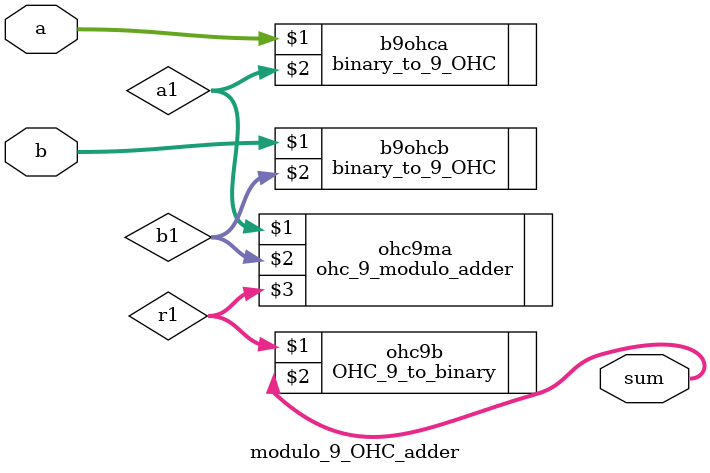
<source format=v>
`timescale 1ns / 1ps
module modulo_9_OHC_adder(a,b,sum);
    input [4:1]a,b;
    output [4:1]sum;
    wire [9:1]a1,b1,r1;
    binary_to_9_OHC b9ohca(a,a1);
    binary_to_9_OHC b9ohcb(b,b1);
    ohc_9_modulo_adder ohc9ma(a1,b1,r1);
    OHC_9_to_binary ohc9b(r1,sum);
endmodule

</source>
